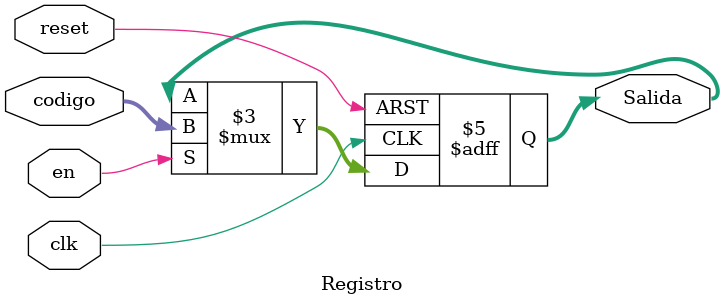
<source format=v>
`timescale 1ns / 1ps
module Registro(
    input clk,
	 input reset,
	 input en,
	 input [7:0]codigo,
	 output reg [7:0] Salida
    );
	 
	 always @ (posedge clk, posedge reset)
	 begin
	    if (reset)
		    Salida = 8'd0;
		 else if (en)
		         Salida = codigo;
				else 
				   Salida = Salida;			 
	 end 
	 


endmodule

</source>
